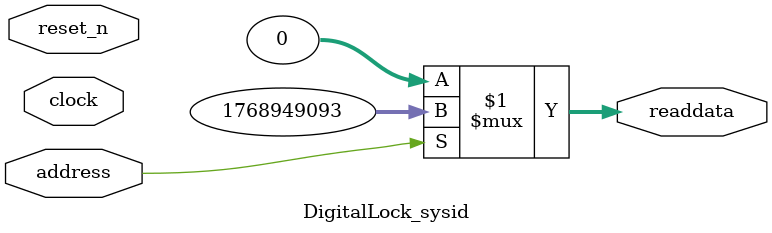
<source format=v>

`timescale 1ns / 1ps
// synthesis translate_on

// turn off superfluous verilog processor warnings 
// altera message_level Level1 
// altera message_off 10034 10035 10036 10037 10230 10240 10030 

module DigitalLock_sysid (
               // inputs:
                address,
                clock,
                reset_n,

               // outputs:
                readdata
             )
;

  output  [ 31: 0] readdata;
  input            address;
  input            clock;
  input            reset_n;

  wire    [ 31: 0] readdata;
  //control_slave, which is an e_avalon_slave
  assign readdata = address ? 1768949093 : 0;

endmodule




</source>
